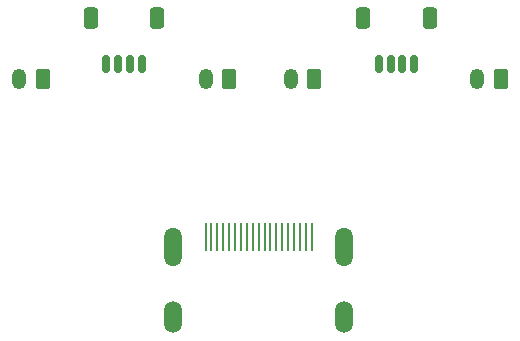
<source format=gbr>
%TF.GenerationSoftware,KiCad,Pcbnew,(6.0.5)*%
%TF.CreationDate,2022-06-06T17:16:28-06:00*%
%TF.ProjectId,15Pin_Fanout,31355069-6e5f-4466-916e-6f75742e6b69,rev?*%
%TF.SameCoordinates,Original*%
%TF.FileFunction,Soldermask,Top*%
%TF.FilePolarity,Negative*%
%FSLAX46Y46*%
G04 Gerber Fmt 4.6, Leading zero omitted, Abs format (unit mm)*
G04 Created by KiCad (PCBNEW (6.0.5)) date 2022-06-06 17:16:28*
%MOMM*%
%LPD*%
G01*
G04 APERTURE LIST*
G04 Aperture macros list*
%AMRoundRect*
0 Rectangle with rounded corners*
0 $1 Rounding radius*
0 $2 $3 $4 $5 $6 $7 $8 $9 X,Y pos of 4 corners*
0 Add a 4 corners polygon primitive as box body*
4,1,4,$2,$3,$4,$5,$6,$7,$8,$9,$2,$3,0*
0 Add four circle primitives for the rounded corners*
1,1,$1+$1,$2,$3*
1,1,$1+$1,$4,$5*
1,1,$1+$1,$6,$7*
1,1,$1+$1,$8,$9*
0 Add four rect primitives between the rounded corners*
20,1,$1+$1,$2,$3,$4,$5,0*
20,1,$1+$1,$4,$5,$6,$7,0*
20,1,$1+$1,$6,$7,$8,$9,0*
20,1,$1+$1,$8,$9,$2,$3,0*%
G04 Aperture macros list end*
%ADD10RoundRect,0.250000X0.350000X0.625000X-0.350000X0.625000X-0.350000X-0.625000X0.350000X-0.625000X0*%
%ADD11O,1.200000X1.750000*%
%ADD12RoundRect,0.150000X0.150000X0.625000X-0.150000X0.625000X-0.150000X-0.625000X0.150000X-0.625000X0*%
%ADD13RoundRect,0.250000X0.350000X0.650000X-0.350000X0.650000X-0.350000X-0.650000X0.350000X-0.650000X0*%
%ADD14O,0.250000X2.400000*%
%ADD15O,1.500000X2.700000*%
%ADD16O,1.500000X3.300000*%
G04 APERTURE END LIST*
D10*
%TO.C,J3*%
X-2474000Y16750000D03*
D11*
X-4474000Y16750000D03*
%TD*%
D10*
%TO.C,J5*%
X4726000Y16750000D03*
D11*
X2726000Y16750000D03*
%TD*%
D12*
%TO.C,J6*%
X13176000Y18000000D03*
X12176000Y18000000D03*
X11176000Y18000000D03*
X10176000Y18000000D03*
D13*
X14476000Y21875000D03*
X8876000Y21875000D03*
%TD*%
D10*
%TO.C,J4*%
X-18250000Y16750000D03*
D11*
X-20250000Y16750000D03*
%TD*%
D12*
%TO.C,J7*%
X-9884000Y18000000D03*
X-10884000Y18000000D03*
X-11884000Y18000000D03*
X-12884000Y18000000D03*
D13*
X-8584000Y21875000D03*
X-14184000Y21875000D03*
%TD*%
D10*
%TO.C,J2*%
X20526000Y16750000D03*
D11*
X18526000Y16750000D03*
%TD*%
D14*
%TO.C,J1*%
X4501000Y3396000D03*
X4001000Y3396000D03*
X3501000Y3396000D03*
X3001000Y3396000D03*
X2500000Y3396000D03*
X2000000Y3396000D03*
X1500000Y3396000D03*
X1000000Y3396000D03*
X500000Y3396000D03*
X0Y3396000D03*
X-500000Y3396000D03*
X-1000000Y3396000D03*
X-1500000Y3396000D03*
X-2000000Y3396000D03*
X-2500000Y3396000D03*
X-3001000Y3396000D03*
X-3501000Y3396000D03*
X-4001000Y3396000D03*
X-4501000Y3396000D03*
D15*
X7250000Y-3396000D03*
X-7250000Y-3396000D03*
D16*
X7250000Y2564000D03*
X-7250000Y2564000D03*
%TD*%
M02*

</source>
